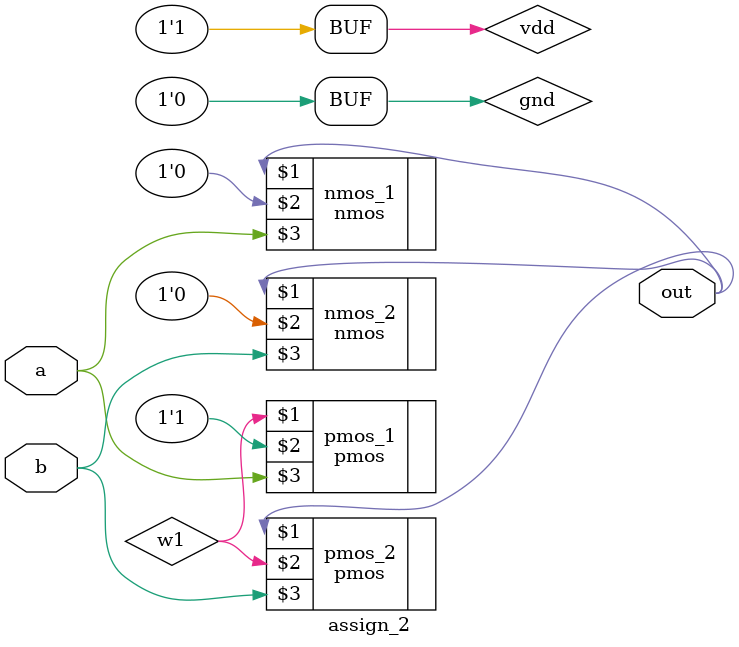
<source format=v>
`timescale 1ns / 1ps


module assign_2(input a,b,output out);
wire w1;
supply1 vdd;
supply0 gnd;
pmos pmos_1(w1,vdd,a);
pmos pmos_2(out,w1,b);
nmos nmos_1(out,gnd,a);
nmos nmos_2(out,gnd,b);
endmodule

</source>
